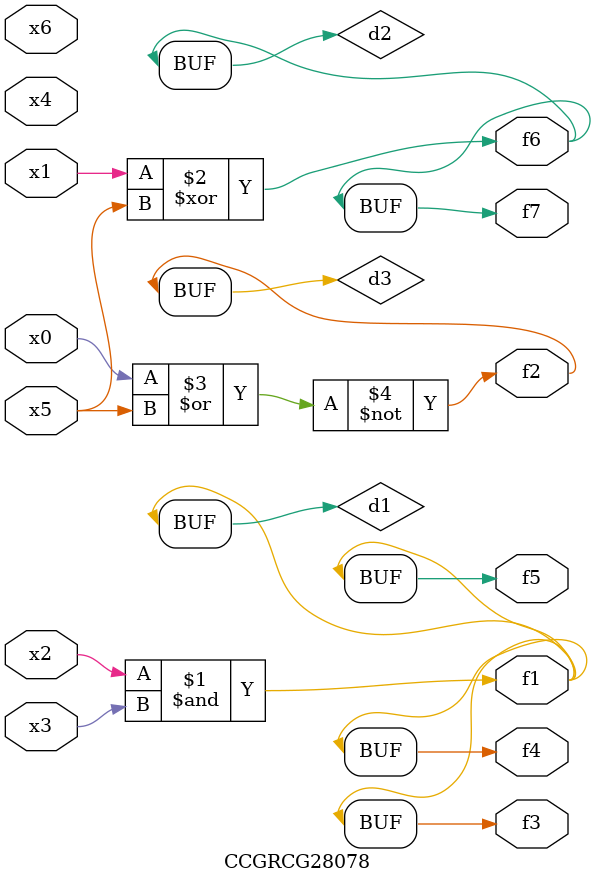
<source format=v>
module CCGRCG28078(
	input x0, x1, x2, x3, x4, x5, x6,
	output f1, f2, f3, f4, f5, f6, f7
);

	wire d1, d2, d3;

	and (d1, x2, x3);
	xor (d2, x1, x5);
	nor (d3, x0, x5);
	assign f1 = d1;
	assign f2 = d3;
	assign f3 = d1;
	assign f4 = d1;
	assign f5 = d1;
	assign f6 = d2;
	assign f7 = d2;
endmodule

</source>
